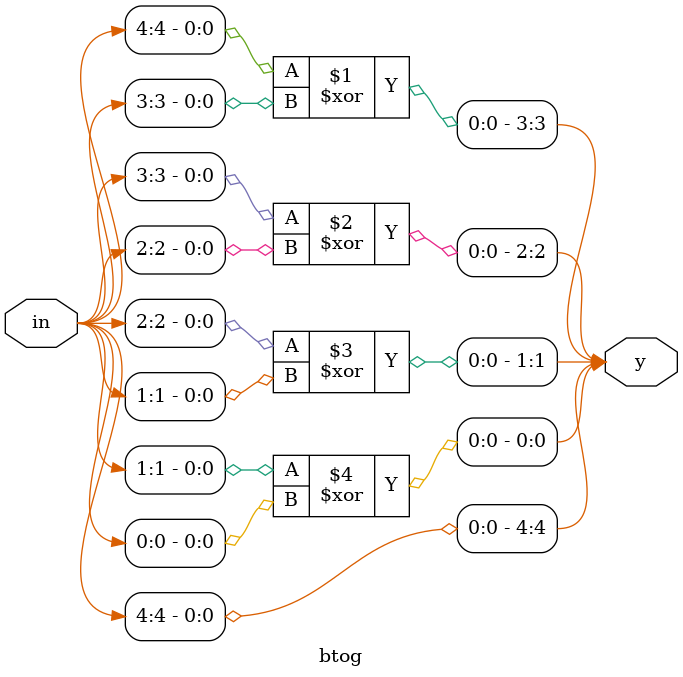
<source format=v>
module btog(
input [4:0]in,
output [4:0]y);
assign y[4]=in[4];
assign y[3]=in[4]^in[3];
assign y[2]=in[3]^in[2];
assign y[1]=in[2]^in[1];
assign y[0]=in[1]^in[0];

endmodule

</source>
